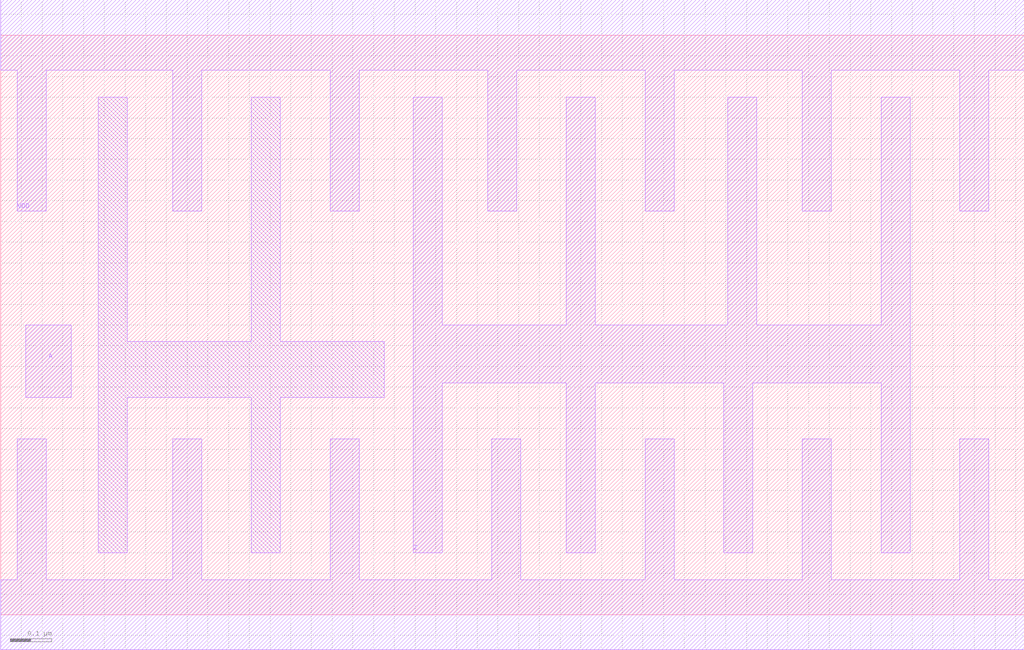
<source format=lef>
# 
# ******************************************************************************
# *                                                                            *
# *                   Copyright (C) 2004-2010, Nangate Inc.                    *
# *                           All rights reserved.                             *
# *                                                                            *
# * Nangate and the Nangate logo are trademarks of Nangate Inc.                *
# *                                                                            *
# * All trademarks, logos, software marks, and trade names (collectively the   *
# * "Marks") in this program are proprietary to Nangate or other respective    *
# * owners that have granted Nangate the right and license to use such Marks.  *
# * You are not permitted to use the Marks without the prior written consent   *
# * of Nangate or such third party that may own the Marks.                     *
# *                                                                            *
# * This file has been provided pursuant to a License Agreement containing     *
# * restrictions on its use. This file contains valuable trade secrets and     *
# * proprietary information of Nangate Inc., and is protected by U.S. and      *
# * international laws and/or treaties.                                        *
# *                                                                            *
# * The copyright notice(s) in this file does not indicate actual or intended  *
# * publication of this file.                                                  *
# *                                                                            *
# *     NGLibraryCreator, v2010.08-HR32-SP3-2010-08-05 - build 1009061800      *
# *                                                                            *
# ******************************************************************************
# 
# 
# Running on brazil06.nangate.com.br for user Giancarlo Franciscatto (gfr).
# Local time is now Fri, 3 Dec 2010, 19:32:18.
# Main process id is 27821.

VERSION 5.6 ;
BUSBITCHARS "[]" ;
DIVIDERCHAR "/" ;

MACRO BUF_X8
  CLASS core ;
  FOREIGN BUF_X8 0.0 0.0 ;
  ORIGIN 0 0 ;
  SYMMETRY X Y ;
  SITE FreePDK45_38x28_10R_NP_162NW_34O ;
  SIZE 2.47 BY 1.4 ;
  PIN A
    DIRECTION INPUT ;
    ANTENNAPARTIALMETALAREA 0.01925 LAYER metal1 ;
    ANTENNAPARTIALMETALSIDEAREA 0.0741 LAYER metal1 ;
    ANTENNAGATEAREA 0.209 ;
    PORT
      LAYER metal1 ;
        POLYGON 0.06 0.525 0.17 0.525 0.17 0.7 0.06 0.7  ;
    END
  END A
  PIN Z
    DIRECTION OUTPUT ;
    ANTENNAPARTIALMETALAREA 0.4368 LAYER metal1 ;
    ANTENNAPARTIALMETALSIDEAREA 1.3468 LAYER metal1 ;
    ANTENNADIFFAREA 0.5852 ;
    PORT
      LAYER metal1 ;
        POLYGON 0.995 0.15 1.065 0.15 1.065 0.56 1.365 0.56 1.365 0.15 1.435 0.15 1.435 0.56 1.745 0.56 1.745 0.15 1.815 0.15 1.815 0.56 2.125 0.56 2.125 0.15 2.195 0.15 2.195 1.25 2.125 1.25 2.125 0.7 1.825 0.7 1.825 1.25 1.755 1.25 1.755 0.7 1.435 0.7 1.435 1.25 1.365 1.25 1.365 0.7 1.065 0.7 1.065 1.25 0.995 1.25  ;
    END
  END Z
  PIN VDD
    DIRECTION INOUT ;
    USE power ;
    SHAPE ABUTMENT ;
    PORT
      LAYER metal1 ;
        POLYGON 0 1.315 0.04 1.315 0.04 0.975 0.11 0.975 0.11 1.315 0.415 1.315 0.415 0.975 0.485 0.975 0.485 1.315 0.795 1.315 0.795 0.975 0.865 0.975 0.865 1.315 0.925 1.315 1.175 1.315 1.175 0.975 1.245 0.975 1.245 1.315 1.555 1.315 1.555 0.975 1.625 0.975 1.625 1.315 1.935 1.315 1.935 0.975 2.005 0.975 2.005 1.315 2.315 1.315 2.315 0.975 2.385 0.975 2.385 1.315 2.47 1.315 2.47 1.485 0.925 1.485 0 1.485  ;
    END
  END VDD
  PIN VSS
    DIRECTION INOUT ;
    USE ground ;
    SHAPE ABUTMENT ;
    PORT
      LAYER metal1 ;
        POLYGON 0 -0.085 2.47 -0.085 2.47 0.085 2.385 0.085 2.385 0.425 2.315 0.425 2.315 0.085 2.005 0.085 2.005 0.425 1.935 0.425 1.935 0.085 1.625 0.085 1.625 0.425 1.555 0.425 1.555 0.085 1.255 0.085 1.255 0.425 1.185 0.425 1.185 0.085 0.865 0.085 0.865 0.425 0.795 0.425 0.795 0.085 0.485 0.085 0.485 0.425 0.415 0.425 0.415 0.085 0.11 0.085 0.11 0.425 0.04 0.425 0.04 0.085 0 0.085  ;
    END
  END VSS
  OBS
      LAYER metal1 ;
        POLYGON 0.235 0.15 0.305 0.15 0.305 0.525 0.605 0.525 0.605 0.15 0.675 0.15 0.675 0.525 0.925 0.525 0.925 0.66 0.675 0.66 0.675 1.25 0.605 1.25 0.605 0.66 0.305 0.66 0.305 1.25 0.235 1.25  ;
  END
END BUF_X8

END LIBRARY
#
# End of file
#

</source>
